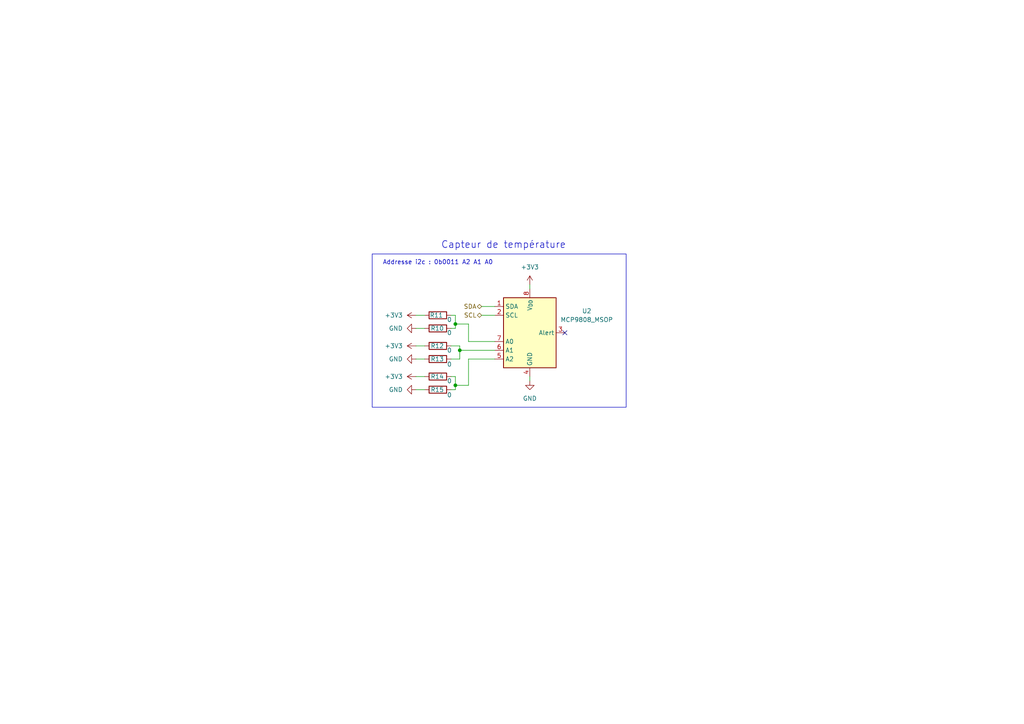
<source format=kicad_sch>
(kicad_sch (version 20250114) (generator "eeschema") (generator_version "9.0")
  (paper "A4")
  (lib_symbols
    (symbol "Device:R" (pin_numbers (hide yes)) (pin_names (offset 0))
      (property "Reference" "R" (at 2.032 0 90))
      (property "Value" "R" (at 0 0 90))
      (symbol "R_0_1"
        (rectangle (start -1.016 -2.54) (end 1.016 2.54) (stroke (width 0.254)))
      )
      (symbol "R_1_1"
        (pin passive line (at 0 3.81 270) (length 1.27) (name "~") (number "1"))
        (pin passive line (at 0 -3.81 90) (length 1.27) (name "~") (number "2"))
      )
    )
    (symbol "GND_1" (power) (pin_names (offset 0))
      (property "Value" "GND_1" (at 0 -3.81 0))
      (symbol "GND_1_0_1"
        (polyline (pts (xy 0 0) (xy 0 -1.27) (xy 1.27 -1.27) (xy 0 -2.54) (xy -1.27 -1.27) (xy 0 -1.27)))
      )
      (symbol "GND_1_1_1"
        (pin power_in line (at 0 0 270) (length 0) (hide yes) (name "GND") (number "1"))
      )
    )
    (symbol "Sensor_Temperature:MCP9808_MSOP"
      (property "Reference" "U" (at -6.35 11.43 0))
      (property "Value" "MCP9808_MSOP" (at 10.16 11.43 0))
      (symbol "MCP9808_MSOP_0_1"
        (rectangle (start -7.62 10.16) (end 7.62 -10.16) (stroke (width 0.254)) (fill (type background)))
      )
      (symbol "MCP9808_MSOP_1_1"
        (pin bidirectional line (at -10.16 7.62 0) (length 2.54) (name "SDA") (number "1"))
        (pin input line (at -10.16 5.08 0) (length 2.54) (name "SCL") (number "2"))
        (pin input line (at -10.16 -2.54 0) (length 2.54) (name "A0") (number "7"))
        (pin input line (at -10.16 -5.08 0) (length 2.54) (name "A1") (number "6"))
        (pin input line (at -10.16 -7.62 0) (length 2.54) (name "A2") (number "5"))
        (pin power_in line (at 0 12.7 270) (length 2.54) (name "V_{DD}") (number "8"))
        (pin power_in line (at 0 -12.7 90) (length 2.54) (name "GND") (number "4"))
        (pin output line (at 10.16 0 180) (length 2.54) (name "Alert") (number "3"))
      )
    )
    (symbol "power:+3.3V" (power) (pin_names (offset 0))
      (property "Value" "+3.3V" (at 0 3.556 0))
      (symbol "+3.3V_0_1"
        (polyline (pts (xy -0.762 1.27) (xy 0 2.54)))
        (polyline (pts (xy 0 2.54) (xy 0.762 1.27)))
        (polyline (pts (xy 0 0) (xy 0 2.54)))
      )
      (symbol "+3.3V_1_1"
        (pin power_in line (at 0 0 90) (length 0) (hide yes) (name "+3V3") (number "1"))
      )
    )
  )
  (rectangle (start 107.95 73.66) (end 181.61 118.11))
  (text "Addresse i2c : 0b0011 A2 A1 A0" (at 127 76.2 0) (effects (font (size 1.27 1.27))))
  (text "Capteur de température" (at 146.05 71.12 0) (effects (font (size 2 2))))
  (junction (at 133.35 101.6))
  (junction (at 132.08 93.98))
  (junction (at 132.08 111.76))
  (no_connect (at 163.83 96.52))
  (wire (pts (xy 135.89 104.14) (xy 135.89 111.76)))
  (wire (pts (xy 133.35 101.6) (xy 143.51 101.6)))
  (wire (pts (xy 130.81 104.14) (xy 133.35 104.14)))
  (wire (pts (xy 135.89 99.06) (xy 135.89 93.98)))
  (wire (pts (xy 133.35 104.14) (xy 133.35 101.6)))
  (wire (pts (xy 135.89 111.76) (xy 132.08 111.76)))
  (wire (pts (xy 130.81 95.25) (xy 132.08 95.25)))
  (wire (pts (xy 120.65 104.14) (xy 123.19 104.14)))
  (wire (pts (xy 143.51 99.06) (xy 135.89 99.06)))
  (wire (pts (xy 133.35 100.33) (xy 130.81 100.33)))
  (wire (pts (xy 153.67 82.55) (xy 153.67 83.82)))
  (wire (pts (xy 132.08 113.03) (xy 132.08 111.76)))
  (wire (pts (xy 139.7 91.44) (xy 143.51 91.44)))
  (wire (pts (xy 120.65 109.22) (xy 123.19 109.22)))
  (wire (pts (xy 132.08 111.76) (xy 132.08 109.22)))
  (wire (pts (xy 135.89 93.98) (xy 132.08 93.98)))
  (wire (pts (xy 133.35 101.6) (xy 133.35 100.33)))
  (wire (pts (xy 132.08 109.22) (xy 130.81 109.22)))
  (wire (pts (xy 153.67 109.22) (xy 153.67 110.49)))
  (wire (pts (xy 120.65 100.33) (xy 123.19 100.33)))
  (wire (pts (xy 120.65 95.25) (xy 123.19 95.25)))
  (wire (pts (xy 130.81 113.03) (xy 132.08 113.03)))
  (wire (pts (xy 139.7 88.9) (xy 143.51 88.9)))
  (wire (pts (xy 120.65 113.03) (xy 123.19 113.03)))
  (wire (pts (xy 132.08 91.44) (xy 130.81 91.44)))
  (wire (pts (xy 143.51 104.14) (xy 135.89 104.14)))
  (wire (pts (xy 132.08 93.98) (xy 132.08 91.44)))
  (wire (pts (xy 132.08 95.25) (xy 132.08 93.98)))
  (wire (pts (xy 120.65 91.44) (xy 123.19 91.44)))
  (hierarchical_label "SDA" (shape bidirectional) (at 139.7 88.9 180))
  (hierarchical_label "SCL" (shape bidirectional) (at 139.7 91.44 180))
  (symbol (lib_name "GND_1") (lib_id "power:GND") (at 120.65 113.03 270) (unit 1)
    (property "Reference" "#PWR0115" (effects (hide yes)))
    (property "Value" "GND" (at 116.84 113.0299 90) (effects (justify right)))
    (instances (project "ThingSat_protoSEED" (path "" (reference "#PWR047") (unit 1))) (project "test_python" (path "" (reference "#PWR0115") (unit 1))))
  )
  (symbol (lib_id "Device:R") (at 127 95.25 90) (unit 1)
    (property "Reference" "R5" (at 128.778 95.25 90) (effects (justify left)))
    (property "Value" "0" (at 131.064 96.52 90) (effects (justify left)))
    (property "Footprint" "Resistor_SMD:R_0805_2012Metric_Pad1.20x1.40mm_HandSolder" (effects (hide yes)))
    (property "Description" "Resistor" (effects (hide yes)))
    (instances (project "ThingSat_protoSEED" (path "" (reference "R10") (unit 1))) (project "test_python" (path "" (reference "R5") (unit 1))))
  )
  (symbol (lib_name "GND_1") (lib_id "power:GND") (at 120.65 95.25 270) (unit 1)
    (property "Reference" "#PWR0112" (effects (hide yes)))
    (property "Value" "GND" (at 116.84 95.2499 90) (effects (justify right)))
    (instances (project "ThingSat_protoSEED" (path "" (reference "#PWR049") (unit 1))) (project "test_python" (path "" (reference "#PWR0112") (unit 1))))
  )
  (symbol (lib_name "GND_1") (lib_id "power:GND") (at 153.67 110.49 0) (unit 1)
    (property "Reference" "#PWR0118" (effects (hide yes)))
    (property "Value" "GND" (at 153.67 115.57 0))
    (instances (project "ThingSat_protoSEED" (path "" (reference "#PWR035") (unit 1))) (project "test_python" (path "" (reference "#PWR0118") (unit 1))))
  )
  (symbol (lib_id "power:+3.3V") (at 153.67 82.55 0) (unit 1)
    (property "Reference" "#PWR0117" (effects (hide yes)))
    (property "Value" "+3V3" (at 153.67 77.47 0))
    (instances (project "ThingSat_protoSEED" (path "" (reference "#PWR019") (unit 1))) (project "test_python" (path "" (reference "#PWR0117") (unit 1))))
  )
  (symbol (lib_name "GND_1") (lib_id "power:GND") (at 120.65 104.14 270) (unit 1)
    (property "Reference" "#PWR0114" (effects (hide yes)))
    (property "Value" "GND" (at 116.84 104.1399 90) (effects (justify right)))
    (instances (project "ThingSat_protoSEED" (path "" (reference "#PWR048") (unit 1))) (project "test_python" (path "" (reference "#PWR0114") (unit 1))))
  )
  (symbol (lib_id "Sensor_Temperature:MCP9808_MSOP") (at 153.67 96.52 0) (unit 1)
    (property "Reference" "U1" (at 170.18 90.2014 0))
    (property "Value" "MCP9808_MSOP" (at 170.18 92.7414 0))
    (property "Footprint" "Package_SO:MSOP-8_3x3mm_P0.65mm" (effects (hide yes)))
    (property "Datasheet" "http://ww1.microchip.com/downloads/en/DeviceDoc/22203b.pdf" (effects (hide yes)))
    (property "Description" "+/-0.25C (+/-0.5C) Typical (Maximum), Digital Temperature Sensor, MSOP-8" (effects (hide yes)))
    (instances (project "ThingSat_protoSEED" (path "" (reference "U2") (unit 1))) (project "test_python" (path "" (reference "U1") (unit 1))))
  )
  (symbol (lib_id "Device:R") (at 127 113.03 90) (unit 1)
    (property "Reference" "R9" (at 128.778 113.03 90) (effects (justify left)))
    (property "Value" "0" (at 131.064 114.554 90) (effects (justify left)))
    (property "Footprint" "Resistor_SMD:R_0805_2012Metric_Pad1.20x1.40mm_HandSolder" (effects (hide yes)))
    (property "Description" "Resistor" (effects (hide yes)))
    (instances (project "ThingSat_protoSEED" (path "" (reference "R15") (unit 1))) (project "test_python" (path "" (reference "R9") (unit 1))))
  )
  (symbol (lib_id "power:+3.3V") (at 120.65 100.33 90) (unit 1)
    (property "Reference" "#PWR0113" (effects (hide yes)))
    (property "Value" "+3V3" (at 116.84 100.3299 90) (effects (justify left)))
    (instances (project "ThingSat_protoSEED" (path "" (reference "#PWR045") (unit 1))) (project "test_python" (path "" (reference "#PWR0113") (unit 1))))
  )
  (symbol (lib_id "Device:R") (at 127 91.44 90) (unit 1)
    (property "Reference" "R4" (at 128.524 91.44 90) (effects (justify left)))
    (property "Value" "0" (at 131.064 92.71 90) (effects (justify left)))
    (property "Footprint" "Resistor_SMD:R_0805_2012Metric_Pad1.20x1.40mm_HandSolder" (effects (hide yes)))
    (property "Description" "Resistor" (effects (hide yes)))
    (instances (project "ThingSat_protoSEED" (path "" (reference "R11") (unit 1))) (project "test_python" (path "" (reference "R4") (unit 1))))
  )
  (symbol (lib_id "power:+3.3V") (at 120.65 109.22 90) (unit 1)
    (property "Reference" "#PWR0116" (effects (hide yes)))
    (property "Value" "+3V3" (at 116.84 109.2199 90) (effects (justify left)))
    (instances (project "ThingSat_protoSEED" (path "" (reference "#PWR046") (unit 1))) (project "test_python" (path "" (reference "#PWR0116") (unit 1))))
  )
  (symbol (lib_id "Device:R") (at 127 104.14 90) (unit 1)
    (property "Reference" "R7" (at 128.778 104.14 90) (effects (justify left)))
    (property "Value" "0" (at 131.064 105.664 90) (effects (justify left)))
    (property "Footprint" "Resistor_SMD:R_0805_2012Metric_Pad1.20x1.40mm_HandSolder" (effects (hide yes)))
    (property "Description" "Resistor" (effects (hide yes)))
    (instances (project "ThingSat_protoSEED" (path "" (reference "R13") (unit 1))) (project "test_python" (path "" (reference "R7") (unit 1))))
  )
  (symbol (lib_id "power:+3.3V") (at 120.65 91.44 90) (unit 1)
    (property "Reference" "#PWR0111" (effects (hide yes)))
    (property "Value" "+3V3" (at 116.84 91.4399 90) (effects (justify left)))
    (instances (project "ThingSat_protoSEED" (path "" (reference "#PWR024") (unit 1))) (project "test_python" (path "" (reference "#PWR0111") (unit 1))))
  )
  (symbol (lib_id "Device:R") (at 127 109.22 90) (unit 1)
    (property "Reference" "R8" (at 128.778 109.22 90) (effects (justify left)))
    (property "Value" "0" (at 131.064 110.49 90) (effects (justify left)))
    (property "Footprint" "Resistor_SMD:R_0805_2012Metric_Pad1.20x1.40mm_HandSolder" (effects (hide yes)))
    (property "Description" "Resistor" (effects (hide yes)))
    (instances (project "ThingSat_protoSEED" (path "" (reference "R14") (unit 1))) (project "test_python" (path "" (reference "R8") (unit 1))))
  )
  (symbol (lib_id "Device:R") (at 127 100.33 90) (unit 1)
    (property "Reference" "R6" (at 128.778 100.33 90) (effects (justify left)))
    (property "Value" "0" (at 131.064 101.6 90) (effects (justify left)))
    (property "Footprint" "Resistor_SMD:R_0805_2012Metric_Pad1.20x1.40mm_HandSolder" (effects (hide yes)))
    (property "Description" "Resistor" (effects (hide yes)))
    (instances (project "ThingSat_protoSEED" (path "" (reference "R12") (unit 1))) (project "test_python" (path "" (reference "R6") (unit 1))))
  )
)
</source>
